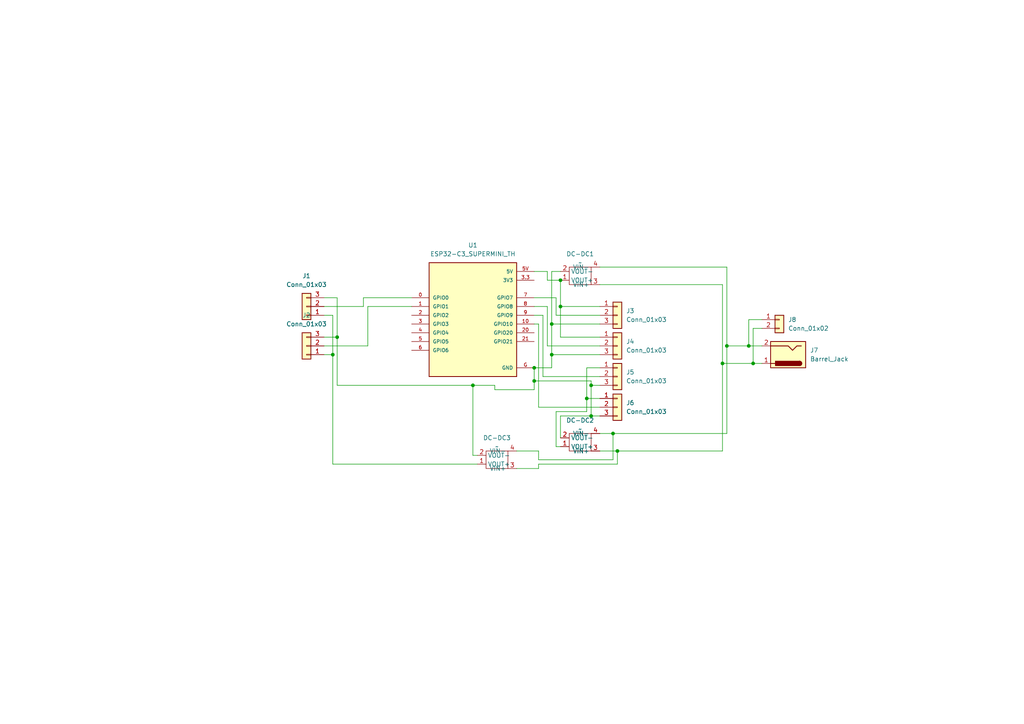
<source format=kicad_sch>
(kicad_sch
	(version 20250114)
	(generator "eeschema")
	(generator_version "9.0")
	(uuid "0a76d6dd-606c-47e1-8d8c-d2f6149e1998")
	(paper "A4")
	(lib_symbols
		(symbol "Connector:Barrel_Jack"
			(pin_names
				(offset 1.016)
			)
			(exclude_from_sim no)
			(in_bom yes)
			(on_board yes)
			(property "Reference" "J"
				(at 0 5.334 0)
				(effects
					(font
						(size 1.27 1.27)
					)
				)
			)
			(property "Value" "Barrel_Jack"
				(at 0 -5.08 0)
				(effects
					(font
						(size 1.27 1.27)
					)
				)
			)
			(property "Footprint" ""
				(at 1.27 -1.016 0)
				(effects
					(font
						(size 1.27 1.27)
					)
					(hide yes)
				)
			)
			(property "Datasheet" "~"
				(at 1.27 -1.016 0)
				(effects
					(font
						(size 1.27 1.27)
					)
					(hide yes)
				)
			)
			(property "Description" "DC Barrel Jack"
				(at 0 0 0)
				(effects
					(font
						(size 1.27 1.27)
					)
					(hide yes)
				)
			)
			(property "ki_keywords" "DC power barrel jack connector"
				(at 0 0 0)
				(effects
					(font
						(size 1.27 1.27)
					)
					(hide yes)
				)
			)
			(property "ki_fp_filters" "BarrelJack*"
				(at 0 0 0)
				(effects
					(font
						(size 1.27 1.27)
					)
					(hide yes)
				)
			)
			(symbol "Barrel_Jack_0_1"
				(rectangle
					(start -5.08 3.81)
					(end 5.08 -3.81)
					(stroke
						(width 0.254)
						(type default)
					)
					(fill
						(type background)
					)
				)
				(polyline
					(pts
						(xy -3.81 -2.54) (xy -2.54 -2.54) (xy -1.27 -1.27) (xy 0 -2.54) (xy 2.54 -2.54) (xy 5.08 -2.54)
					)
					(stroke
						(width 0.254)
						(type default)
					)
					(fill
						(type none)
					)
				)
				(arc
					(start -3.302 1.905)
					(mid -3.9343 2.54)
					(end -3.302 3.175)
					(stroke
						(width 0.254)
						(type default)
					)
					(fill
						(type none)
					)
				)
				(arc
					(start -3.302 1.905)
					(mid -3.9343 2.54)
					(end -3.302 3.175)
					(stroke
						(width 0.254)
						(type default)
					)
					(fill
						(type outline)
					)
				)
				(rectangle
					(start 3.683 3.175)
					(end -3.302 1.905)
					(stroke
						(width 0.254)
						(type default)
					)
					(fill
						(type outline)
					)
				)
				(polyline
					(pts
						(xy 5.08 2.54) (xy 3.81 2.54)
					)
					(stroke
						(width 0.254)
						(type default)
					)
					(fill
						(type none)
					)
				)
			)
			(symbol "Barrel_Jack_1_1"
				(pin passive line
					(at 7.62 2.54 180)
					(length 2.54)
					(name "~"
						(effects
							(font
								(size 1.27 1.27)
							)
						)
					)
					(number "1"
						(effects
							(font
								(size 1.27 1.27)
							)
						)
					)
				)
				(pin passive line
					(at 7.62 -2.54 180)
					(length 2.54)
					(name "~"
						(effects
							(font
								(size 1.27 1.27)
							)
						)
					)
					(number "2"
						(effects
							(font
								(size 1.27 1.27)
							)
						)
					)
				)
			)
			(embedded_fonts no)
		)
		(symbol "Connector_Generic:Conn_01x02"
			(pin_names
				(offset 1.016)
				(hide yes)
			)
			(exclude_from_sim no)
			(in_bom yes)
			(on_board yes)
			(property "Reference" "J"
				(at 0 2.54 0)
				(effects
					(font
						(size 1.27 1.27)
					)
				)
			)
			(property "Value" "Conn_01x02"
				(at 0 -5.08 0)
				(effects
					(font
						(size 1.27 1.27)
					)
				)
			)
			(property "Footprint" ""
				(at 0 0 0)
				(effects
					(font
						(size 1.27 1.27)
					)
					(hide yes)
				)
			)
			(property "Datasheet" "~"
				(at 0 0 0)
				(effects
					(font
						(size 1.27 1.27)
					)
					(hide yes)
				)
			)
			(property "Description" "Generic connector, single row, 01x02, script generated (kicad-library-utils/schlib/autogen/connector/)"
				(at 0 0 0)
				(effects
					(font
						(size 1.27 1.27)
					)
					(hide yes)
				)
			)
			(property "ki_keywords" "connector"
				(at 0 0 0)
				(effects
					(font
						(size 1.27 1.27)
					)
					(hide yes)
				)
			)
			(property "ki_fp_filters" "Connector*:*_1x??_*"
				(at 0 0 0)
				(effects
					(font
						(size 1.27 1.27)
					)
					(hide yes)
				)
			)
			(symbol "Conn_01x02_1_1"
				(rectangle
					(start -1.27 1.27)
					(end 1.27 -3.81)
					(stroke
						(width 0.254)
						(type default)
					)
					(fill
						(type background)
					)
				)
				(rectangle
					(start -1.27 0.127)
					(end 0 -0.127)
					(stroke
						(width 0.1524)
						(type default)
					)
					(fill
						(type none)
					)
				)
				(rectangle
					(start -1.27 -2.413)
					(end 0 -2.667)
					(stroke
						(width 0.1524)
						(type default)
					)
					(fill
						(type none)
					)
				)
				(pin passive line
					(at -5.08 0 0)
					(length 3.81)
					(name "Pin_1"
						(effects
							(font
								(size 1.27 1.27)
							)
						)
					)
					(number "1"
						(effects
							(font
								(size 1.27 1.27)
							)
						)
					)
				)
				(pin passive line
					(at -5.08 -2.54 0)
					(length 3.81)
					(name "Pin_2"
						(effects
							(font
								(size 1.27 1.27)
							)
						)
					)
					(number "2"
						(effects
							(font
								(size 1.27 1.27)
							)
						)
					)
				)
			)
			(embedded_fonts no)
		)
		(symbol "Connector_Generic:Conn_01x03"
			(pin_names
				(offset 1.016)
				(hide yes)
			)
			(exclude_from_sim no)
			(in_bom yes)
			(on_board yes)
			(property "Reference" "J"
				(at 0 5.08 0)
				(effects
					(font
						(size 1.27 1.27)
					)
				)
			)
			(property "Value" "Conn_01x03"
				(at 0 -5.08 0)
				(effects
					(font
						(size 1.27 1.27)
					)
				)
			)
			(property "Footprint" ""
				(at 0 0 0)
				(effects
					(font
						(size 1.27 1.27)
					)
					(hide yes)
				)
			)
			(property "Datasheet" "~"
				(at 0 0 0)
				(effects
					(font
						(size 1.27 1.27)
					)
					(hide yes)
				)
			)
			(property "Description" "Generic connector, single row, 01x03, script generated (kicad-library-utils/schlib/autogen/connector/)"
				(at 0 0 0)
				(effects
					(font
						(size 1.27 1.27)
					)
					(hide yes)
				)
			)
			(property "ki_keywords" "connector"
				(at 0 0 0)
				(effects
					(font
						(size 1.27 1.27)
					)
					(hide yes)
				)
			)
			(property "ki_fp_filters" "Connector*:*_1x??_*"
				(at 0 0 0)
				(effects
					(font
						(size 1.27 1.27)
					)
					(hide yes)
				)
			)
			(symbol "Conn_01x03_1_1"
				(rectangle
					(start -1.27 3.81)
					(end 1.27 -3.81)
					(stroke
						(width 0.254)
						(type default)
					)
					(fill
						(type background)
					)
				)
				(rectangle
					(start -1.27 2.667)
					(end 0 2.413)
					(stroke
						(width 0.1524)
						(type default)
					)
					(fill
						(type none)
					)
				)
				(rectangle
					(start -1.27 0.127)
					(end 0 -0.127)
					(stroke
						(width 0.1524)
						(type default)
					)
					(fill
						(type none)
					)
				)
				(rectangle
					(start -1.27 -2.413)
					(end 0 -2.667)
					(stroke
						(width 0.1524)
						(type default)
					)
					(fill
						(type none)
					)
				)
				(pin passive line
					(at -5.08 2.54 0)
					(length 3.81)
					(name "Pin_1"
						(effects
							(font
								(size 1.27 1.27)
							)
						)
					)
					(number "1"
						(effects
							(font
								(size 1.27 1.27)
							)
						)
					)
				)
				(pin passive line
					(at -5.08 0 0)
					(length 3.81)
					(name "Pin_2"
						(effects
							(font
								(size 1.27 1.27)
							)
						)
					)
					(number "2"
						(effects
							(font
								(size 1.27 1.27)
							)
						)
					)
				)
				(pin passive line
					(at -5.08 -2.54 0)
					(length 3.81)
					(name "Pin_3"
						(effects
							(font
								(size 1.27 1.27)
							)
						)
					)
					(number "3"
						(effects
							(font
								(size 1.27 1.27)
							)
						)
					)
				)
			)
			(embedded_fonts no)
		)
		(symbol "DC-DC_Converter:Mini560"
			(exclude_from_sim no)
			(in_bom yes)
			(on_board yes)
			(property "Reference" "DC-DC"
				(at 0.762 -4.064 0)
				(effects
					(font
						(size 1.27 1.27)
					)
				)
			)
			(property "Value" ""
				(at 0 0 0)
				(effects
					(font
						(size 1.27 1.27)
					)
				)
			)
			(property "Footprint" ""
				(at 0 0 0)
				(effects
					(font
						(size 1.27 1.27)
					)
					(hide yes)
				)
			)
			(property "Datasheet" ""
				(at 0 0 0)
				(effects
					(font
						(size 1.27 1.27)
					)
					(hide yes)
				)
			)
			(property "Description" ""
				(at 0 0 0)
				(effects
					(font
						(size 1.27 1.27)
					)
					(hide yes)
				)
			)
			(symbol "Mini560_0_1"
				(rectangle
					(start -2.54 2.54)
					(end 3.81 -2.54)
					(stroke
						(width 0)
						(type default)
					)
					(fill
						(type none)
					)
				)
			)
			(symbol "Mini560_1_1"
				(pin input line
					(at -5.08 2.54 0)
					(length 2.54)
					(name "VIN+"
						(effects
							(font
								(size 1.27 1.27)
							)
						)
					)
					(number "3"
						(effects
							(font
								(size 1.27 1.27)
							)
						)
					)
				)
				(pin input line
					(at -5.08 -2.54 0)
					(length 2.54)
					(name "VIN-"
						(effects
							(font
								(size 1.27 1.27)
							)
						)
					)
					(number "4"
						(effects
							(font
								(size 1.27 1.27)
							)
						)
					)
				)
				(pin output line
					(at 6.35 1.27 180)
					(length 2.54)
					(name "VOUT+"
						(effects
							(font
								(size 1.27 1.27)
							)
						)
					)
					(number "1"
						(effects
							(font
								(size 1.27 1.27)
							)
						)
					)
				)
				(pin output line
					(at 6.35 -1.27 180)
					(length 2.54)
					(name "VOUT-"
						(effects
							(font
								(size 1.27 1.27)
							)
						)
					)
					(number "2"
						(effects
							(font
								(size 1.27 1.27)
							)
						)
					)
				)
			)
			(embedded_fonts no)
		)
		(symbol "ESP32-C3_SUPERMINI_TH:ESP32-C3_SUPERMINI_TH"
			(pin_names
				(offset 1.016)
			)
			(exclude_from_sim no)
			(in_bom yes)
			(on_board yes)
			(property "Reference" "U"
				(at -12.7 16.002 0)
				(effects
					(font
						(size 1.27 1.27)
					)
					(justify left bottom)
				)
			)
			(property "Value" "ESP32-C3_SUPERMINI_TH"
				(at -12.7 -20.32 0)
				(effects
					(font
						(size 1.27 1.27)
					)
					(justify left bottom)
				)
			)
			(property "Footprint" "ESP32-C3_SUPERMINI_TH:MODULE_ESP32-C3_SUPERMINI_TH"
				(at 0 0 0)
				(effects
					(font
						(size 1.27 1.27)
					)
					(justify bottom)
					(hide yes)
				)
			)
			(property "Datasheet" ""
				(at 0 0 0)
				(effects
					(font
						(size 1.27 1.27)
					)
					(hide yes)
				)
			)
			(property "Description" ""
				(at 0 0 0)
				(effects
					(font
						(size 1.27 1.27)
					)
					(hide yes)
				)
			)
			(property "MF" "Espressif Systems"
				(at 0 0 0)
				(effects
					(font
						(size 1.27 1.27)
					)
					(justify bottom)
					(hide yes)
				)
			)
			(property "Description_1" "Super tiny ESP32-C3 board"
				(at 0 0 0)
				(effects
					(font
						(size 1.27 1.27)
					)
					(justify bottom)
					(hide yes)
				)
			)
			(property "CREATOR" "DIZAR"
				(at 0 0 0)
				(effects
					(font
						(size 1.27 1.27)
					)
					(justify bottom)
					(hide yes)
				)
			)
			(property "Price" "None"
				(at 0 0 0)
				(effects
					(font
						(size 1.27 1.27)
					)
					(justify bottom)
					(hide yes)
				)
			)
			(property "Package" "Package"
				(at 0 0 0)
				(effects
					(font
						(size 1.27 1.27)
					)
					(justify bottom)
					(hide yes)
				)
			)
			(property "Check_prices" "https://www.snapeda.com/parts/ESP32-C3%20SuperMini_TH/Espressif+Systems/view-part/?ref=eda"
				(at 0 0 0)
				(effects
					(font
						(size 1.27 1.27)
					)
					(justify bottom)
					(hide yes)
				)
			)
			(property "STANDARD" "IPC-7351B"
				(at 0 0 0)
				(effects
					(font
						(size 1.27 1.27)
					)
					(justify bottom)
					(hide yes)
				)
			)
			(property "VERIFIER" ""
				(at 0 0 0)
				(effects
					(font
						(size 1.27 1.27)
					)
					(justify bottom)
					(hide yes)
				)
			)
			(property "SnapEDA_Link" "https://www.snapeda.com/parts/ESP32-C3%20SuperMini_TH/Espressif+Systems/view-part/?ref=snap"
				(at 0 0 0)
				(effects
					(font
						(size 1.27 1.27)
					)
					(justify bottom)
					(hide yes)
				)
			)
			(property "MP" "ESP32-C3 SuperMini_TH"
				(at 0 0 0)
				(effects
					(font
						(size 1.27 1.27)
					)
					(justify bottom)
					(hide yes)
				)
			)
			(property "Availability" "Not in stock"
				(at 0 0 0)
				(effects
					(font
						(size 1.27 1.27)
					)
					(justify bottom)
					(hide yes)
				)
			)
			(property "MANUFACTURER" "Espressif Systems"
				(at 0 0 0)
				(effects
					(font
						(size 1.27 1.27)
					)
					(justify bottom)
					(hide yes)
				)
			)
			(symbol "ESP32-C3_SUPERMINI_TH_0_0"
				(rectangle
					(start -12.7 -17.78)
					(end 12.7 15.24)
					(stroke
						(width 0.254)
						(type default)
					)
					(fill
						(type background)
					)
				)
				(pin bidirectional line
					(at -17.78 5.08 0)
					(length 5.08)
					(name "GPIO0"
						(effects
							(font
								(size 1.016 1.016)
							)
						)
					)
					(number "0"
						(effects
							(font
								(size 1.016 1.016)
							)
						)
					)
				)
				(pin bidirectional line
					(at -17.78 2.54 0)
					(length 5.08)
					(name "GPIO1"
						(effects
							(font
								(size 1.016 1.016)
							)
						)
					)
					(number "1"
						(effects
							(font
								(size 1.016 1.016)
							)
						)
					)
				)
				(pin bidirectional line
					(at -17.78 0 0)
					(length 5.08)
					(name "GPIO2"
						(effects
							(font
								(size 1.016 1.016)
							)
						)
					)
					(number "2"
						(effects
							(font
								(size 1.016 1.016)
							)
						)
					)
				)
				(pin bidirectional line
					(at -17.78 -2.54 0)
					(length 5.08)
					(name "GPIO3"
						(effects
							(font
								(size 1.016 1.016)
							)
						)
					)
					(number "3"
						(effects
							(font
								(size 1.016 1.016)
							)
						)
					)
				)
				(pin bidirectional line
					(at -17.78 -5.08 0)
					(length 5.08)
					(name "GPIO4"
						(effects
							(font
								(size 1.016 1.016)
							)
						)
					)
					(number "4"
						(effects
							(font
								(size 1.016 1.016)
							)
						)
					)
				)
				(pin bidirectional line
					(at -17.78 -7.62 0)
					(length 5.08)
					(name "GPIO5"
						(effects
							(font
								(size 1.016 1.016)
							)
						)
					)
					(number "5"
						(effects
							(font
								(size 1.016 1.016)
							)
						)
					)
				)
				(pin bidirectional line
					(at -17.78 -10.16 0)
					(length 5.08)
					(name "GPIO6"
						(effects
							(font
								(size 1.016 1.016)
							)
						)
					)
					(number "6"
						(effects
							(font
								(size 1.016 1.016)
							)
						)
					)
				)
				(pin power_in line
					(at 17.78 12.7 180)
					(length 5.08)
					(name "5V"
						(effects
							(font
								(size 1.016 1.016)
							)
						)
					)
					(number "5V"
						(effects
							(font
								(size 1.016 1.016)
							)
						)
					)
				)
				(pin power_in line
					(at 17.78 10.16 180)
					(length 5.08)
					(name "3V3"
						(effects
							(font
								(size 1.016 1.016)
							)
						)
					)
					(number "3.3"
						(effects
							(font
								(size 1.016 1.016)
							)
						)
					)
				)
				(pin bidirectional line
					(at 17.78 5.08 180)
					(length 5.08)
					(name "GPIO7"
						(effects
							(font
								(size 1.016 1.016)
							)
						)
					)
					(number "7"
						(effects
							(font
								(size 1.016 1.016)
							)
						)
					)
				)
				(pin bidirectional line
					(at 17.78 2.54 180)
					(length 5.08)
					(name "GPIO8"
						(effects
							(font
								(size 1.016 1.016)
							)
						)
					)
					(number "8"
						(effects
							(font
								(size 1.016 1.016)
							)
						)
					)
				)
				(pin bidirectional line
					(at 17.78 0 180)
					(length 5.08)
					(name "GPIO9"
						(effects
							(font
								(size 1.016 1.016)
							)
						)
					)
					(number "9"
						(effects
							(font
								(size 1.016 1.016)
							)
						)
					)
				)
				(pin bidirectional line
					(at 17.78 -2.54 180)
					(length 5.08)
					(name "GPIO10"
						(effects
							(font
								(size 1.016 1.016)
							)
						)
					)
					(number "10"
						(effects
							(font
								(size 1.016 1.016)
							)
						)
					)
				)
				(pin bidirectional line
					(at 17.78 -5.08 180)
					(length 5.08)
					(name "GPIO20"
						(effects
							(font
								(size 1.016 1.016)
							)
						)
					)
					(number "20"
						(effects
							(font
								(size 1.016 1.016)
							)
						)
					)
				)
				(pin bidirectional line
					(at 17.78 -7.62 180)
					(length 5.08)
					(name "GPIO21"
						(effects
							(font
								(size 1.016 1.016)
							)
						)
					)
					(number "21"
						(effects
							(font
								(size 1.016 1.016)
							)
						)
					)
				)
				(pin power_in line
					(at 17.78 -15.24 180)
					(length 5.08)
					(name "GND"
						(effects
							(font
								(size 1.016 1.016)
							)
						)
					)
					(number "G"
						(effects
							(font
								(size 1.016 1.016)
							)
						)
					)
				)
			)
			(embedded_fonts no)
		)
	)
	(junction
		(at 97.79 97.79)
		(diameter 0)
		(color 0 0 0 0)
		(uuid "049aef96-6431-430c-88e5-f28aeef2878b")
	)
	(junction
		(at 217.17 100.33)
		(diameter 0)
		(color 0 0 0 0)
		(uuid "3ec5a094-a0a9-4c56-aee0-4c65ca67b650")
	)
	(junction
		(at 162.56 81.28)
		(diameter 0)
		(color 0 0 0 0)
		(uuid "4d1c8600-7f53-4f2d-a15e-77d39ebaa1dc")
	)
	(junction
		(at 170.18 115.57)
		(diameter 0)
		(color 0 0 0 0)
		(uuid "578f61c8-e472-4181-8667-f794f8b0a9a8")
	)
	(junction
		(at 137.16 111.76)
		(diameter 0)
		(color 0 0 0 0)
		(uuid "71dbcbbd-437c-4653-8f06-016ae69e944e")
	)
	(junction
		(at 160.02 102.87)
		(diameter 0)
		(color 0 0 0 0)
		(uuid "7d98996f-bb04-4bd9-a787-2b1a9480bf55")
	)
	(junction
		(at 96.52 102.87)
		(diameter 0)
		(color 0 0 0 0)
		(uuid "7dc6a5cc-4b2b-428b-b1ec-c47bd753b5d4")
	)
	(junction
		(at 210.82 100.33)
		(diameter 0)
		(color 0 0 0 0)
		(uuid "7fa9257c-8411-4435-84d9-53c31db61315")
	)
	(junction
		(at 162.56 88.9)
		(diameter 0)
		(color 0 0 0 0)
		(uuid "9fbce781-8fd0-4562-84fd-483548bfde59")
	)
	(junction
		(at 177.8 125.73)
		(diameter 0)
		(color 0 0 0 0)
		(uuid "a67e54e1-57bc-446d-9189-e85f3ddb5806")
	)
	(junction
		(at 179.07 130.81)
		(diameter 0)
		(color 0 0 0 0)
		(uuid "a74be87c-52a7-491e-882d-2cea4f6a7ee3")
	)
	(junction
		(at 154.94 110.49)
		(diameter 0)
		(color 0 0 0 0)
		(uuid "b146fe7e-c4e3-4a59-bd6f-3712f859fd0a")
	)
	(junction
		(at 218.44 105.41)
		(diameter 0)
		(color 0 0 0 0)
		(uuid "b5359652-2bb7-42cc-97db-73e7993fffdc")
	)
	(junction
		(at 154.94 106.68)
		(diameter 0)
		(color 0 0 0 0)
		(uuid "b861edde-506c-4606-a2c9-f6cd02bc6203")
	)
	(junction
		(at 160.02 93.98)
		(diameter 0)
		(color 0 0 0 0)
		(uuid "bd44a516-57cb-47c0-89b6-edde676f615e")
	)
	(junction
		(at 171.45 120.65)
		(diameter 0)
		(color 0 0 0 0)
		(uuid "d6e7d93e-c92f-4db6-8148-dd7a556bb7be")
	)
	(junction
		(at 171.45 111.76)
		(diameter 0)
		(color 0 0 0 0)
		(uuid "e65c5d13-791d-4ae6-8379-9251a461faa6")
	)
	(junction
		(at 209.55 105.41)
		(diameter 0)
		(color 0 0 0 0)
		(uuid "fa46deb6-4aac-45bb-9d87-9ea4bddaeef3")
	)
	(wire
		(pts
			(xy 210.82 100.33) (xy 210.82 77.47)
		)
		(stroke
			(width 0)
			(type default)
		)
		(uuid "01827772-a7e1-4209-b1bc-60eaa26e57f1")
	)
	(wire
		(pts
			(xy 220.98 92.71) (xy 217.17 92.71)
		)
		(stroke
			(width 0)
			(type default)
		)
		(uuid "062c8bcb-2697-446a-9bfb-623549c8c83c")
	)
	(wire
		(pts
			(xy 160.02 102.87) (xy 160.02 106.68)
		)
		(stroke
			(width 0)
			(type default)
		)
		(uuid "07d783be-76aa-43fb-9d19-f5aa8bc8ec47")
	)
	(wire
		(pts
			(xy 217.17 100.33) (xy 210.82 100.33)
		)
		(stroke
			(width 0)
			(type default)
		)
		(uuid "086f151b-82db-4197-ac7b-fe6813d488d0")
	)
	(wire
		(pts
			(xy 218.44 95.25) (xy 218.44 105.41)
		)
		(stroke
			(width 0)
			(type default)
		)
		(uuid "0a17b447-e720-4f13-ac3b-2b8ab3120f79")
	)
	(wire
		(pts
			(xy 154.94 91.44) (xy 157.48 91.44)
		)
		(stroke
			(width 0)
			(type default)
		)
		(uuid "0b411379-d55a-44c5-9c67-bb2601220df7")
	)
	(wire
		(pts
			(xy 154.94 110.49) (xy 154.94 106.68)
		)
		(stroke
			(width 0)
			(type default)
		)
		(uuid "0e9aa92e-6bac-4896-8c4d-ff1fa39e883d")
	)
	(wire
		(pts
			(xy 162.56 120.65) (xy 171.45 120.65)
		)
		(stroke
			(width 0)
			(type default)
		)
		(uuid "14106578-4e3f-45cb-93e1-5b9bf0f7b610")
	)
	(wire
		(pts
			(xy 220.98 100.33) (xy 217.17 100.33)
		)
		(stroke
			(width 0)
			(type default)
		)
		(uuid "1601e5d6-defa-475a-99a3-2e9615e7c1e5")
	)
	(wire
		(pts
			(xy 93.98 91.44) (xy 96.52 91.44)
		)
		(stroke
			(width 0)
			(type default)
		)
		(uuid "18893c49-142b-4585-b020-fb7812f3042d")
	)
	(wire
		(pts
			(xy 154.94 86.36) (xy 161.29 86.36)
		)
		(stroke
			(width 0)
			(type default)
		)
		(uuid "1d5005d0-3acf-4c7f-86e3-7c0b8ecf6a66")
	)
	(wire
		(pts
			(xy 160.02 106.68) (xy 154.94 106.68)
		)
		(stroke
			(width 0)
			(type default)
		)
		(uuid "1df5d14e-8c3b-4535-8e21-64f6e760771d")
	)
	(wire
		(pts
			(xy 156.21 130.81) (xy 149.86 130.81)
		)
		(stroke
			(width 0)
			(type default)
		)
		(uuid "1e12836c-a939-4c03-8832-32e4e1a22fb0")
	)
	(wire
		(pts
			(xy 97.79 97.79) (xy 97.79 111.76)
		)
		(stroke
			(width 0)
			(type default)
		)
		(uuid "244b0b24-c06e-4ef5-8fab-e7d8bd169a1c")
	)
	(wire
		(pts
			(xy 97.79 111.76) (xy 137.16 111.76)
		)
		(stroke
			(width 0)
			(type default)
		)
		(uuid "25e69025-0073-4cf3-a932-10039e298706")
	)
	(wire
		(pts
			(xy 154.94 88.9) (xy 158.75 88.9)
		)
		(stroke
			(width 0)
			(type default)
		)
		(uuid "293f332b-e452-49e8-8386-c19f1d43849b")
	)
	(wire
		(pts
			(xy 161.29 86.36) (xy 161.29 91.44)
		)
		(stroke
			(width 0)
			(type default)
		)
		(uuid "2cf7cae2-2ade-491a-8591-e7e5bbadfec7")
	)
	(wire
		(pts
			(xy 171.45 111.76) (xy 173.99 111.76)
		)
		(stroke
			(width 0)
			(type default)
		)
		(uuid "351b5783-fdc7-4ccf-9064-be0c26e980fb")
	)
	(wire
		(pts
			(xy 97.79 97.79) (xy 93.98 97.79)
		)
		(stroke
			(width 0)
			(type default)
		)
		(uuid "352c8e25-fc2c-4f1b-8dd3-b118fa6b0466")
	)
	(wire
		(pts
			(xy 156.21 135.89) (xy 149.86 135.89)
		)
		(stroke
			(width 0)
			(type default)
		)
		(uuid "45de9a7a-4ac2-4e2a-9dee-e1130c2f1cd7")
	)
	(wire
		(pts
			(xy 160.02 78.74) (xy 160.02 93.98)
		)
		(stroke
			(width 0)
			(type default)
		)
		(uuid "47271927-e149-4e64-a964-8a21b544cc12")
	)
	(wire
		(pts
			(xy 154.94 113.03) (xy 154.94 110.49)
		)
		(stroke
			(width 0)
			(type default)
		)
		(uuid "4fcf76a9-2007-46f2-b5c2-486394860896")
	)
	(wire
		(pts
			(xy 158.75 81.28) (xy 162.56 81.28)
		)
		(stroke
			(width 0)
			(type default)
		)
		(uuid "50e973a0-a9d4-4150-b644-a538e6b9e391")
	)
	(wire
		(pts
			(xy 209.55 105.41) (xy 209.55 82.55)
		)
		(stroke
			(width 0)
			(type default)
		)
		(uuid "5181b8cd-76b0-409d-b72c-3dd4a42f61d7")
	)
	(wire
		(pts
			(xy 93.98 88.9) (xy 105.41 88.9)
		)
		(stroke
			(width 0)
			(type default)
		)
		(uuid "545375e1-f954-4335-9743-c462fa540568")
	)
	(wire
		(pts
			(xy 170.18 106.68) (xy 173.99 106.68)
		)
		(stroke
			(width 0)
			(type default)
		)
		(uuid "5942b122-d806-46c5-9e9a-c72ecd349199")
	)
	(wire
		(pts
			(xy 93.98 100.33) (xy 106.68 100.33)
		)
		(stroke
			(width 0)
			(type default)
		)
		(uuid "5a568a01-1dea-4459-8ba5-5c6648ac873e")
	)
	(wire
		(pts
			(xy 162.56 78.74) (xy 160.02 78.74)
		)
		(stroke
			(width 0)
			(type default)
		)
		(uuid "61dff3c5-d0a5-4d49-b170-30a4a7c21b8f")
	)
	(wire
		(pts
			(xy 171.45 120.65) (xy 171.45 111.76)
		)
		(stroke
			(width 0)
			(type default)
		)
		(uuid "68319eed-37ec-44da-85a6-8e03099b595e")
	)
	(wire
		(pts
			(xy 154.94 110.49) (xy 171.45 110.49)
		)
		(stroke
			(width 0)
			(type default)
		)
		(uuid "6b9c5a54-16de-4181-8026-a4af3f1acfdb")
	)
	(wire
		(pts
			(xy 154.94 93.98) (xy 156.21 93.98)
		)
		(stroke
			(width 0)
			(type default)
		)
		(uuid "6fab2e01-bdf2-48e8-a4fa-96f8a455fe7a")
	)
	(wire
		(pts
			(xy 177.8 125.73) (xy 173.99 125.73)
		)
		(stroke
			(width 0)
			(type default)
		)
		(uuid "703f5ca0-ff1e-4735-bd84-69f1b9e08bd2")
	)
	(wire
		(pts
			(xy 158.75 100.33) (xy 173.99 100.33)
		)
		(stroke
			(width 0)
			(type default)
		)
		(uuid "716c85f0-d22e-4ca4-ba42-79fff2eb405f")
	)
	(wire
		(pts
			(xy 105.41 88.9) (xy 105.41 86.36)
		)
		(stroke
			(width 0)
			(type default)
		)
		(uuid "7434b353-27e7-482d-81eb-ab81ea0810aa")
	)
	(wire
		(pts
			(xy 143.51 113.03) (xy 154.94 113.03)
		)
		(stroke
			(width 0)
			(type default)
		)
		(uuid "75ac516d-9b09-46b8-af0a-8a0222d4c006")
	)
	(wire
		(pts
			(xy 171.45 120.65) (xy 173.99 120.65)
		)
		(stroke
			(width 0)
			(type default)
		)
		(uuid "77181ccf-69a5-413c-a1c5-e471e283c09d")
	)
	(wire
		(pts
			(xy 156.21 118.11) (xy 173.99 118.11)
		)
		(stroke
			(width 0)
			(type default)
		)
		(uuid "77e82a37-1b9e-4382-8fe4-3e15889e6d8b")
	)
	(wire
		(pts
			(xy 217.17 92.71) (xy 217.17 100.33)
		)
		(stroke
			(width 0)
			(type default)
		)
		(uuid "79fa0b39-7177-40a5-bea1-f6d3abd16c54")
	)
	(wire
		(pts
			(xy 157.48 91.44) (xy 157.48 109.22)
		)
		(stroke
			(width 0)
			(type default)
		)
		(uuid "7c1a35c9-8288-482f-9755-c67c38f2bfa5")
	)
	(wire
		(pts
			(xy 170.18 115.57) (xy 170.18 106.68)
		)
		(stroke
			(width 0)
			(type default)
		)
		(uuid "7dbaee60-379c-4d00-a842-e048ea007eda")
	)
	(wire
		(pts
			(xy 158.75 88.9) (xy 158.75 100.33)
		)
		(stroke
			(width 0)
			(type default)
		)
		(uuid "81ec7716-adbf-4f88-ac32-08d85fe10f5d")
	)
	(wire
		(pts
			(xy 218.44 105.41) (xy 209.55 105.41)
		)
		(stroke
			(width 0)
			(type default)
		)
		(uuid "8262591d-9e62-43fc-bb46-9b118e8045b5")
	)
	(wire
		(pts
			(xy 106.68 88.9) (xy 119.38 88.9)
		)
		(stroke
			(width 0)
			(type default)
		)
		(uuid "8cc654ae-d277-4f49-90a4-6191d020f4a8")
	)
	(wire
		(pts
			(xy 162.56 88.9) (xy 173.99 88.9)
		)
		(stroke
			(width 0)
			(type default)
		)
		(uuid "8d8fa7aa-91af-42f2-854d-81d5caa7c36d")
	)
	(wire
		(pts
			(xy 96.52 102.87) (xy 96.52 134.62)
		)
		(stroke
			(width 0)
			(type default)
		)
		(uuid "8f2fffe1-5059-4201-8ce7-cb650c811317")
	)
	(wire
		(pts
			(xy 171.45 110.49) (xy 171.45 111.76)
		)
		(stroke
			(width 0)
			(type default)
		)
		(uuid "916dce81-f725-45e0-b2d8-ce2eb39d3cf1")
	)
	(wire
		(pts
			(xy 209.55 105.41) (xy 209.55 130.81)
		)
		(stroke
			(width 0)
			(type default)
		)
		(uuid "934db302-5d25-4df4-acf3-663c84eabbf1")
	)
	(wire
		(pts
			(xy 161.29 129.54) (xy 161.29 119.38)
		)
		(stroke
			(width 0)
			(type default)
		)
		(uuid "935a799b-ff5e-4462-8dad-cad5f0a504c6")
	)
	(wire
		(pts
			(xy 179.07 130.81) (xy 179.07 134.62)
		)
		(stroke
			(width 0)
			(type default)
		)
		(uuid "93ded3e5-2cc3-48de-b777-ce88c438d93f")
	)
	(wire
		(pts
			(xy 162.56 88.9) (xy 162.56 97.79)
		)
		(stroke
			(width 0)
			(type default)
		)
		(uuid "9569fb3a-d03f-45d1-ab6a-654284e980ca")
	)
	(wire
		(pts
			(xy 220.98 105.41) (xy 218.44 105.41)
		)
		(stroke
			(width 0)
			(type default)
		)
		(uuid "95ce865e-ae95-4be4-a65a-3bcae25862d7")
	)
	(wire
		(pts
			(xy 157.48 109.22) (xy 173.99 109.22)
		)
		(stroke
			(width 0)
			(type default)
		)
		(uuid "98151aa1-9dcf-4e21-96a3-d6724156514d")
	)
	(wire
		(pts
			(xy 156.21 133.35) (xy 156.21 130.81)
		)
		(stroke
			(width 0)
			(type default)
		)
		(uuid "9bea9c79-5e0b-4cc5-ab91-f1dc97707c2e")
	)
	(wire
		(pts
			(xy 162.56 97.79) (xy 173.99 97.79)
		)
		(stroke
			(width 0)
			(type default)
		)
		(uuid "9d39a683-ba03-4d14-9ba4-ede7e51bb87a")
	)
	(wire
		(pts
			(xy 162.56 129.54) (xy 161.29 129.54)
		)
		(stroke
			(width 0)
			(type default)
		)
		(uuid "a02c2fd3-92bc-47f4-baf9-d1d9c5bb21f3")
	)
	(wire
		(pts
			(xy 177.8 133.35) (xy 156.21 133.35)
		)
		(stroke
			(width 0)
			(type default)
		)
		(uuid "a39bf9ca-300c-4210-98b7-47925f10c94b")
	)
	(wire
		(pts
			(xy 179.07 134.62) (xy 156.21 134.62)
		)
		(stroke
			(width 0)
			(type default)
		)
		(uuid "a4aa5606-ca62-4037-9f0b-24b03fe17537")
	)
	(wire
		(pts
			(xy 154.94 78.74) (xy 158.75 78.74)
		)
		(stroke
			(width 0)
			(type default)
		)
		(uuid "a6adb6ac-1aab-4bc4-9325-d56c45eb26e7")
	)
	(wire
		(pts
			(xy 158.75 78.74) (xy 158.75 81.28)
		)
		(stroke
			(width 0)
			(type default)
		)
		(uuid "a7f79ad0-993d-408e-b4e4-430bf9e9880d")
	)
	(wire
		(pts
			(xy 161.29 119.38) (xy 170.18 119.38)
		)
		(stroke
			(width 0)
			(type default)
		)
		(uuid "a90f9790-0fb5-4fa5-a698-b3f4191639b9")
	)
	(wire
		(pts
			(xy 170.18 115.57) (xy 173.99 115.57)
		)
		(stroke
			(width 0)
			(type default)
		)
		(uuid "aa425c77-dac1-4110-b4ed-89f8de809912")
	)
	(wire
		(pts
			(xy 96.52 102.87) (xy 93.98 102.87)
		)
		(stroke
			(width 0)
			(type default)
		)
		(uuid "acba7814-93b5-485d-b408-48d5dc81a89f")
	)
	(wire
		(pts
			(xy 96.52 134.62) (xy 138.43 134.62)
		)
		(stroke
			(width 0)
			(type default)
		)
		(uuid "adb71309-6098-4c22-ba34-aa2f1293da69")
	)
	(wire
		(pts
			(xy 162.56 127) (xy 162.56 120.65)
		)
		(stroke
			(width 0)
			(type default)
		)
		(uuid "ae40a880-ba1c-43c3-9b83-c9652c78528d")
	)
	(wire
		(pts
			(xy 209.55 130.81) (xy 179.07 130.81)
		)
		(stroke
			(width 0)
			(type default)
		)
		(uuid "aeb409b6-970d-489e-9d52-27a34545c9f3")
	)
	(wire
		(pts
			(xy 156.21 134.62) (xy 156.21 135.89)
		)
		(stroke
			(width 0)
			(type default)
		)
		(uuid "b14ba7f1-2d0e-4e15-9b21-172387275f1b")
	)
	(wire
		(pts
			(xy 137.16 111.76) (xy 137.16 132.08)
		)
		(stroke
			(width 0)
			(type default)
		)
		(uuid "b5faf761-5016-4e69-87f8-f29a569aa2a7")
	)
	(wire
		(pts
			(xy 209.55 82.55) (xy 173.99 82.55)
		)
		(stroke
			(width 0)
			(type default)
		)
		(uuid "b5fc33b9-bfbf-4f61-baeb-cfb29a007c6b")
	)
	(wire
		(pts
			(xy 161.29 91.44) (xy 173.99 91.44)
		)
		(stroke
			(width 0)
			(type default)
		)
		(uuid "b6814c75-00d0-4f7c-b4db-9d1e0121c887")
	)
	(wire
		(pts
			(xy 210.82 77.47) (xy 173.99 77.47)
		)
		(stroke
			(width 0)
			(type default)
		)
		(uuid "b92d6e7d-ded5-49de-b539-523bb139f032")
	)
	(wire
		(pts
			(xy 210.82 100.33) (xy 210.82 125.73)
		)
		(stroke
			(width 0)
			(type default)
		)
		(uuid "b93dca00-f271-41f7-9876-3637440c7edd")
	)
	(wire
		(pts
			(xy 97.79 86.36) (xy 97.79 97.79)
		)
		(stroke
			(width 0)
			(type default)
		)
		(uuid "b9d5963d-37c1-4cf8-89d4-8e557b107f1a")
	)
	(wire
		(pts
			(xy 137.16 111.76) (xy 143.51 111.76)
		)
		(stroke
			(width 0)
			(type default)
		)
		(uuid "be8adfe1-85a8-4c75-8d38-98c1492098df")
	)
	(wire
		(pts
			(xy 143.51 111.76) (xy 143.51 113.03)
		)
		(stroke
			(width 0)
			(type default)
		)
		(uuid "c21a768e-c218-4552-8a81-d6f3f268c5c1")
	)
	(wire
		(pts
			(xy 179.07 130.81) (xy 173.99 130.81)
		)
		(stroke
			(width 0)
			(type default)
		)
		(uuid "cdb8ecc0-40ab-455f-a900-49f36d3c6645")
	)
	(wire
		(pts
			(xy 156.21 93.98) (xy 156.21 118.11)
		)
		(stroke
			(width 0)
			(type default)
		)
		(uuid "cfc29754-1b8f-42d6-bc58-d449350cd8e7")
	)
	(wire
		(pts
			(xy 160.02 93.98) (xy 173.99 93.98)
		)
		(stroke
			(width 0)
			(type default)
		)
		(uuid "d5c82caa-2006-4917-b1bf-46f5359e4e68")
	)
	(wire
		(pts
			(xy 105.41 86.36) (xy 119.38 86.36)
		)
		(stroke
			(width 0)
			(type default)
		)
		(uuid "d5dafec8-ceb7-45c1-a18a-d344225713af")
	)
	(wire
		(pts
			(xy 160.02 102.87) (xy 173.99 102.87)
		)
		(stroke
			(width 0)
			(type default)
		)
		(uuid "e01015fd-2a1f-4355-b2d5-3ac5bc3dd4ba")
	)
	(wire
		(pts
			(xy 170.18 119.38) (xy 170.18 115.57)
		)
		(stroke
			(width 0)
			(type default)
		)
		(uuid "e316bd39-35c4-495b-86c3-a70e91a634b1")
	)
	(wire
		(pts
			(xy 138.43 132.08) (xy 137.16 132.08)
		)
		(stroke
			(width 0)
			(type default)
		)
		(uuid "e8373333-dfdd-4d36-835e-fb1a0c145eba")
	)
	(wire
		(pts
			(xy 106.68 100.33) (xy 106.68 88.9)
		)
		(stroke
			(width 0)
			(type default)
		)
		(uuid "e84babe0-c69f-4060-95ff-e7f506d8155d")
	)
	(wire
		(pts
			(xy 220.98 95.25) (xy 218.44 95.25)
		)
		(stroke
			(width 0)
			(type default)
		)
		(uuid "eecfe5e4-d43f-45d2-90fc-c15c9c0bad90")
	)
	(wire
		(pts
			(xy 160.02 93.98) (xy 160.02 102.87)
		)
		(stroke
			(width 0)
			(type default)
		)
		(uuid "ef6c06a3-c192-4c8b-939e-9a86579dd292")
	)
	(wire
		(pts
			(xy 93.98 86.36) (xy 97.79 86.36)
		)
		(stroke
			(width 0)
			(type default)
		)
		(uuid "f12e7b4f-2a45-49f4-98ea-f7594daf120a")
	)
	(wire
		(pts
			(xy 162.56 88.9) (xy 162.56 81.28)
		)
		(stroke
			(width 0)
			(type default)
		)
		(uuid "f32b6ae1-5175-4f4a-a599-4f9d6b9cdc9c")
	)
	(wire
		(pts
			(xy 96.52 91.44) (xy 96.52 102.87)
		)
		(stroke
			(width 0)
			(type default)
		)
		(uuid "fcb2c51f-38e0-41d0-8004-5cb23c062763")
	)
	(wire
		(pts
			(xy 210.82 125.73) (xy 177.8 125.73)
		)
		(stroke
			(width 0)
			(type default)
		)
		(uuid "ff1e5826-4285-4399-8cbc-b980118a22d6")
	)
	(wire
		(pts
			(xy 177.8 125.73) (xy 177.8 133.35)
		)
		(stroke
			(width 0)
			(type default)
		)
		(uuid "ff223c4c-b100-4ef0-9321-1afc39abf609")
	)
	(symbol
		(lib_id "DC-DC_Converter:Mini560")
		(at 168.91 80.01 180)
		(unit 1)
		(exclude_from_sim no)
		(in_bom yes)
		(on_board yes)
		(dnp no)
		(fields_autoplaced yes)
		(uuid "0476656d-b3c3-46bf-b7ee-9b29d92c4bae")
		(property "Reference" "DC-DC1"
			(at 168.275 73.66 0)
			(effects
				(font
					(size 1.27 1.27)
				)
			)
		)
		(property "Value" "~"
			(at 168.275 76.2 0)
			(effects
				(font
					(size 1.27 1.27)
				)
			)
		)
		(property "Footprint" "ESP32-C3_SUPERMINI_TH (1):Mini560"
			(at 168.91 80.01 0)
			(effects
				(font
					(size 1.27 1.27)
				)
				(hide yes)
			)
		)
		(property "Datasheet" ""
			(at 168.91 80.01 0)
			(effects
				(font
					(size 1.27 1.27)
				)
				(hide yes)
			)
		)
		(property "Description" ""
			(at 168.91 80.01 0)
			(effects
				(font
					(size 1.27 1.27)
				)
				(hide yes)
			)
		)
		(pin "2"
			(uuid "34f9d436-4815-4a98-bf33-6b0947da3ddf")
		)
		(pin "1"
			(uuid "0f67d935-1263-4e92-aa9b-0d23ce44b3ac")
		)
		(pin "3"
			(uuid "c27bd60c-16f0-466b-b846-28af83323642")
		)
		(pin "4"
			(uuid "6fb90ba7-4bf8-4c94-9061-437a82ac6208")
		)
		(instances
			(project ""
				(path "/0a76d6dd-606c-47e1-8d8c-d2f6149e1998"
					(reference "DC-DC1")
					(unit 1)
				)
			)
		)
	)
	(symbol
		(lib_id "Connector_Generic:Conn_01x03")
		(at 179.07 91.44 0)
		(unit 1)
		(exclude_from_sim no)
		(in_bom yes)
		(on_board yes)
		(dnp no)
		(fields_autoplaced yes)
		(uuid "4683a4ae-7a9d-4748-9ba9-7dd9bbada665")
		(property "Reference" "J3"
			(at 181.61 90.1699 0)
			(effects
				(font
					(size 1.27 1.27)
				)
				(justify left)
			)
		)
		(property "Value" "Conn_01x03"
			(at 181.61 92.7099 0)
			(effects
				(font
					(size 1.27 1.27)
				)
				(justify left)
			)
		)
		(property "Footprint" "Connector_JST:JST_PH_B3B-PH-K_1x03_P2.00mm_Vertical"
			(at 179.07 91.44 0)
			(effects
				(font
					(size 1.27 1.27)
				)
				(hide yes)
			)
		)
		(property "Datasheet" "~"
			(at 179.07 91.44 0)
			(effects
				(font
					(size 1.27 1.27)
				)
				(hide yes)
			)
		)
		(property "Description" "Generic connector, single row, 01x03, script generated (kicad-library-utils/schlib/autogen/connector/)"
			(at 179.07 91.44 0)
			(effects
				(font
					(size 1.27 1.27)
				)
				(hide yes)
			)
		)
		(pin "1"
			(uuid "5c577de4-9f55-4814-a8ec-032c131233da")
		)
		(pin "2"
			(uuid "d8eaaeb4-91b3-41dc-9448-37f646da1c11")
		)
		(pin "3"
			(uuid "d1a8127b-dab1-4386-9534-540c19956c90")
		)
		(instances
			(project ""
				(path "/0a76d6dd-606c-47e1-8d8c-d2f6149e1998"
					(reference "J3")
					(unit 1)
				)
			)
		)
	)
	(symbol
		(lib_id "ESP32-C3_SUPERMINI_TH:ESP32-C3_SUPERMINI_TH")
		(at 137.16 91.44 0)
		(unit 1)
		(exclude_from_sim no)
		(in_bom yes)
		(on_board yes)
		(dnp no)
		(fields_autoplaced yes)
		(uuid "5a5a9283-0423-4e1e-813c-dcca579404c7")
		(property "Reference" "U1"
			(at 137.16 71.12 0)
			(effects
				(font
					(size 1.27 1.27)
				)
			)
		)
		(property "Value" "ESP32-C3_SUPERMINI_TH"
			(at 137.16 73.66 0)
			(effects
				(font
					(size 1.27 1.27)
				)
			)
		)
		(property "Footprint" "ESP32-C3_SUPERMINI_TH (1):MODULE_ESP32-C3_SUPERMINI_TH"
			(at 137.16 91.44 0)
			(effects
				(font
					(size 1.27 1.27)
				)
				(justify bottom)
				(hide yes)
			)
		)
		(property "Datasheet" ""
			(at 137.16 91.44 0)
			(effects
				(font
					(size 1.27 1.27)
				)
				(hide yes)
			)
		)
		(property "Description" ""
			(at 137.16 91.44 0)
			(effects
				(font
					(size 1.27 1.27)
				)
				(hide yes)
			)
		)
		(property "MF" "Espressif Systems"
			(at 137.16 91.44 0)
			(effects
				(font
					(size 1.27 1.27)
				)
				(justify bottom)
				(hide yes)
			)
		)
		(property "Description_1" "Super tiny ESP32-C3 board"
			(at 137.16 91.44 0)
			(effects
				(font
					(size 1.27 1.27)
				)
				(justify bottom)
				(hide yes)
			)
		)
		(property "CREATOR" "DIZAR"
			(at 137.16 91.44 0)
			(effects
				(font
					(size 1.27 1.27)
				)
				(justify bottom)
				(hide yes)
			)
		)
		(property "Price" "None"
			(at 137.16 91.44 0)
			(effects
				(font
					(size 1.27 1.27)
				)
				(justify bottom)
				(hide yes)
			)
		)
		(property "Package" "Package"
			(at 137.16 91.44 0)
			(effects
				(font
					(size 1.27 1.27)
				)
				(justify bottom)
				(hide yes)
			)
		)
		(property "Check_prices" "https://www.snapeda.com/parts/ESP32-C3%20SuperMini_TH/Espressif+Systems/view-part/?ref=eda"
			(at 137.16 91.44 0)
			(effects
				(font
					(size 1.27 1.27)
				)
				(justify bottom)
				(hide yes)
			)
		)
		(property "STANDARD" "IPC-7351B"
			(at 137.16 91.44 0)
			(effects
				(font
					(size 1.27 1.27)
				)
				(justify bottom)
				(hide yes)
			)
		)
		(property "VERIFIER" ""
			(at 137.16 91.44 0)
			(effects
				(font
					(size 1.27 1.27)
				)
				(justify bottom)
				(hide yes)
			)
		)
		(property "SnapEDA_Link" "https://www.snapeda.com/parts/ESP32-C3%20SuperMini_TH/Espressif+Systems/view-part/?ref=snap"
			(at 137.16 91.44 0)
			(effects
				(font
					(size 1.27 1.27)
				)
				(justify bottom)
				(hide yes)
			)
		)
		(property "MP" "ESP32-C3 SuperMini_TH"
			(at 137.16 91.44 0)
			(effects
				(font
					(size 1.27 1.27)
				)
				(justify bottom)
				(hide yes)
			)
		)
		(property "Availability" "Not in stock"
			(at 137.16 91.44 0)
			(effects
				(font
					(size 1.27 1.27)
				)
				(justify bottom)
				(hide yes)
			)
		)
		(property "MANUFACTURER" "Espressif Systems"
			(at 137.16 91.44 0)
			(effects
				(font
					(size 1.27 1.27)
				)
				(justify bottom)
				(hide yes)
			)
		)
		(pin "2"
			(uuid "ec8467b7-6246-4f74-bf09-dfdc9503a759")
		)
		(pin "20"
			(uuid "165268b7-e583-4290-8ec8-800f10f5ccda")
		)
		(pin "5V"
			(uuid "62a602aa-c89b-4f2f-9c2d-d369768fb8ac")
		)
		(pin "0"
			(uuid "c6b823c3-4337-44b4-a2a5-9d7d9be16975")
		)
		(pin "1"
			(uuid "e47af71d-3d83-4af7-a067-ab752b663811")
		)
		(pin "7"
			(uuid "153f24a3-d46d-4c2f-84f6-698b524af617")
		)
		(pin "9"
			(uuid "ed7abec6-54fc-47a0-b86d-a58389cf93d1")
		)
		(pin "3"
			(uuid "9e9c9110-9716-4b46-9b23-85c342c4734d")
		)
		(pin "5"
			(uuid "ac50061a-47c3-47c8-b5a4-c767804edd23")
		)
		(pin "6"
			(uuid "d5df594e-fa6c-4cc5-91a6-9707252cfae2")
		)
		(pin "3.3"
			(uuid "aa95fc0b-efa8-4597-9985-19ae514d0967")
		)
		(pin "8"
			(uuid "4606f21d-0c23-49a1-a298-37555cfb4216")
		)
		(pin "10"
			(uuid "731f1526-5e0e-4f05-8571-9337ea4d8e06")
		)
		(pin "4"
			(uuid "60426637-68e0-4d04-a9f9-07e996428ba1")
		)
		(pin "G"
			(uuid "81b7e19c-0198-43f2-b08f-d317055c5508")
		)
		(pin "21"
			(uuid "b740d80d-185f-4bac-b9a3-24ce2992daf2")
		)
		(instances
			(project ""
				(path "/0a76d6dd-606c-47e1-8d8c-d2f6149e1998"
					(reference "U1")
					(unit 1)
				)
			)
		)
	)
	(symbol
		(lib_id "Connector_Generic:Conn_01x03")
		(at 179.07 100.33 0)
		(unit 1)
		(exclude_from_sim no)
		(in_bom yes)
		(on_board yes)
		(dnp no)
		(fields_autoplaced yes)
		(uuid "65cf89c2-bcdb-4887-8ada-f1b1e12d8fbc")
		(property "Reference" "J4"
			(at 181.61 99.0599 0)
			(effects
				(font
					(size 1.27 1.27)
				)
				(justify left)
			)
		)
		(property "Value" "Conn_01x03"
			(at 181.61 101.5999 0)
			(effects
				(font
					(size 1.27 1.27)
				)
				(justify left)
			)
		)
		(property "Footprint" "Connector_JST:JST_PH_B3B-PH-K_1x03_P2.00mm_Vertical"
			(at 179.07 100.33 0)
			(effects
				(font
					(size 1.27 1.27)
				)
				(hide yes)
			)
		)
		(property "Datasheet" "~"
			(at 179.07 100.33 0)
			(effects
				(font
					(size 1.27 1.27)
				)
				(hide yes)
			)
		)
		(property "Description" "Generic connector, single row, 01x03, script generated (kicad-library-utils/schlib/autogen/connector/)"
			(at 179.07 100.33 0)
			(effects
				(font
					(size 1.27 1.27)
				)
				(hide yes)
			)
		)
		(pin "1"
			(uuid "d55110ed-1adf-428b-a335-1d5049110a13")
		)
		(pin "2"
			(uuid "3e2c3ad0-224d-4066-b78b-3a797f8e0def")
		)
		(pin "3"
			(uuid "11a4a3ff-e166-4a02-a428-93acd8d40d01")
		)
		(instances
			(project ""
				(path "/0a76d6dd-606c-47e1-8d8c-d2f6149e1998"
					(reference "J4")
					(unit 1)
				)
			)
		)
	)
	(symbol
		(lib_id "Connector_Generic:Conn_01x03")
		(at 88.9 88.9 180)
		(unit 1)
		(exclude_from_sim no)
		(in_bom yes)
		(on_board yes)
		(dnp no)
		(fields_autoplaced yes)
		(uuid "6d3d91ab-497b-46e7-a7d5-1e0a85cdef85")
		(property "Reference" "J1"
			(at 88.9 80.01 0)
			(effects
				(font
					(size 1.27 1.27)
				)
			)
		)
		(property "Value" "Conn_01x03"
			(at 88.9 82.55 0)
			(effects
				(font
					(size 1.27 1.27)
				)
			)
		)
		(property "Footprint" "Connector_JST:JST_PH_B3B-PH-K_1x03_P2.00mm_Vertical"
			(at 88.9 88.9 0)
			(effects
				(font
					(size 1.27 1.27)
				)
				(hide yes)
			)
		)
		(property "Datasheet" "~"
			(at 88.9 88.9 0)
			(effects
				(font
					(size 1.27 1.27)
				)
				(hide yes)
			)
		)
		(property "Description" "Generic connector, single row, 01x03, script generated (kicad-library-utils/schlib/autogen/connector/)"
			(at 88.9 88.9 0)
			(effects
				(font
					(size 1.27 1.27)
				)
				(hide yes)
			)
		)
		(pin "2"
			(uuid "ac2ee6ad-2cb3-4dba-9ce4-748312713e07")
		)
		(pin "3"
			(uuid "a803efad-e308-463f-885e-0073a1809ecc")
		)
		(pin "1"
			(uuid "f0fc7623-1a86-4308-8d36-b78c9e252597")
		)
		(instances
			(project ""
				(path "/0a76d6dd-606c-47e1-8d8c-d2f6149e1998"
					(reference "J1")
					(unit 1)
				)
			)
		)
	)
	(symbol
		(lib_id "Connector_Generic:Conn_01x03")
		(at 179.07 109.22 0)
		(unit 1)
		(exclude_from_sim no)
		(in_bom yes)
		(on_board yes)
		(dnp no)
		(fields_autoplaced yes)
		(uuid "6fff2fa6-7f28-4297-8e9b-28404da1e7a4")
		(property "Reference" "J5"
			(at 181.61 107.9499 0)
			(effects
				(font
					(size 1.27 1.27)
				)
				(justify left)
			)
		)
		(property "Value" "Conn_01x03"
			(at 181.61 110.4899 0)
			(effects
				(font
					(size 1.27 1.27)
				)
				(justify left)
			)
		)
		(property "Footprint" "Connector_JST:JST_PH_B3B-PH-K_1x03_P2.00mm_Vertical"
			(at 179.07 109.22 0)
			(effects
				(font
					(size 1.27 1.27)
				)
				(hide yes)
			)
		)
		(property "Datasheet" "~"
			(at 179.07 109.22 0)
			(effects
				(font
					(size 1.27 1.27)
				)
				(hide yes)
			)
		)
		(property "Description" "Generic connector, single row, 01x03, script generated (kicad-library-utils/schlib/autogen/connector/)"
			(at 179.07 109.22 0)
			(effects
				(font
					(size 1.27 1.27)
				)
				(hide yes)
			)
		)
		(pin "1"
			(uuid "1ca6fb07-f6ec-4cec-9f76-c7b1f2a52b68")
		)
		(pin "3"
			(uuid "1176e91d-560f-4b3a-8914-fa94f4f7330d")
		)
		(pin "2"
			(uuid "b19615fa-bd4e-4634-bbf3-ad66ab40fc0d")
		)
		(instances
			(project ""
				(path "/0a76d6dd-606c-47e1-8d8c-d2f6149e1998"
					(reference "J5")
					(unit 1)
				)
			)
		)
	)
	(symbol
		(lib_id "Connector_Generic:Conn_01x03")
		(at 179.07 118.11 0)
		(unit 1)
		(exclude_from_sim no)
		(in_bom yes)
		(on_board yes)
		(dnp no)
		(fields_autoplaced yes)
		(uuid "71eee73b-e7b0-436f-8a36-3c61c60c27ed")
		(property "Reference" "J6"
			(at 181.61 116.8399 0)
			(effects
				(font
					(size 1.27 1.27)
				)
				(justify left)
			)
		)
		(property "Value" "Conn_01x03"
			(at 181.61 119.3799 0)
			(effects
				(font
					(size 1.27 1.27)
				)
				(justify left)
			)
		)
		(property "Footprint" "Connector_JST:JST_PH_B3B-PH-K_1x03_P2.00mm_Vertical"
			(at 179.07 118.11 0)
			(effects
				(font
					(size 1.27 1.27)
				)
				(hide yes)
			)
		)
		(property "Datasheet" "~"
			(at 179.07 118.11 0)
			(effects
				(font
					(size 1.27 1.27)
				)
				(hide yes)
			)
		)
		(property "Description" "Generic connector, single row, 01x03, script generated (kicad-library-utils/schlib/autogen/connector/)"
			(at 179.07 118.11 0)
			(effects
				(font
					(size 1.27 1.27)
				)
				(hide yes)
			)
		)
		(pin "1"
			(uuid "a7305121-cb76-48db-b47c-fb2d0373b3fb")
		)
		(pin "2"
			(uuid "9af3b4a5-69e0-45ac-9769-8ec38d637296")
		)
		(pin "3"
			(uuid "f7b729a1-e52c-4016-89e5-99f7069c12d6")
		)
		(instances
			(project ""
				(path "/0a76d6dd-606c-47e1-8d8c-d2f6149e1998"
					(reference "J6")
					(unit 1)
				)
			)
		)
	)
	(symbol
		(lib_id "Connector_Generic:Conn_01x03")
		(at 88.9 100.33 180)
		(unit 1)
		(exclude_from_sim no)
		(in_bom yes)
		(on_board yes)
		(dnp no)
		(fields_autoplaced yes)
		(uuid "b05193d9-a17d-4067-9173-311340e715a2")
		(property "Reference" "J2"
			(at 88.9 91.44 0)
			(effects
				(font
					(size 1.27 1.27)
				)
			)
		)
		(property "Value" "Conn_01x03"
			(at 88.9 93.98 0)
			(effects
				(font
					(size 1.27 1.27)
				)
			)
		)
		(property "Footprint" "Connector_JST:JST_PH_B3B-PH-K_1x03_P2.00mm_Vertical"
			(at 88.9 100.33 0)
			(effects
				(font
					(size 1.27 1.27)
				)
				(hide yes)
			)
		)
		(property "Datasheet" "~"
			(at 88.9 100.33 0)
			(effects
				(font
					(size 1.27 1.27)
				)
				(hide yes)
			)
		)
		(property "Description" "Generic connector, single row, 01x03, script generated (kicad-library-utils/schlib/autogen/connector/)"
			(at 88.9 100.33 0)
			(effects
				(font
					(size 1.27 1.27)
				)
				(hide yes)
			)
		)
		(pin "2"
			(uuid "bff95906-09e3-432a-ac9b-ef0f0a064ee5")
		)
		(pin "3"
			(uuid "b47df886-700d-4ed2-9f39-45f0825ef629")
		)
		(pin "1"
			(uuid "ac80b535-de6c-4970-a4a0-71c2a401c687")
		)
		(instances
			(project ""
				(path "/0a76d6dd-606c-47e1-8d8c-d2f6149e1998"
					(reference "J2")
					(unit 1)
				)
			)
		)
	)
	(symbol
		(lib_id "Connector:Barrel_Jack")
		(at 228.6 102.87 180)
		(unit 1)
		(exclude_from_sim no)
		(in_bom yes)
		(on_board yes)
		(dnp no)
		(fields_autoplaced yes)
		(uuid "bdd2498e-c7a7-433f-9a96-888147dd0744")
		(property "Reference" "J7"
			(at 234.95 101.5999 0)
			(effects
				(font
					(size 1.27 1.27)
				)
				(justify right)
			)
		)
		(property "Value" "Barrel_Jack"
			(at 234.95 104.1399 0)
			(effects
				(font
					(size 1.27 1.27)
				)
				(justify right)
			)
		)
		(property "Footprint" "Connector_BarrelJack:BarrelJack_Horizontal"
			(at 227.33 101.854 0)
			(effects
				(font
					(size 1.27 1.27)
				)
				(hide yes)
			)
		)
		(property "Datasheet" "~"
			(at 227.33 101.854 0)
			(effects
				(font
					(size 1.27 1.27)
				)
				(hide yes)
			)
		)
		(property "Description" "DC Barrel Jack"
			(at 228.6 102.87 0)
			(effects
				(font
					(size 1.27 1.27)
				)
				(hide yes)
			)
		)
		(pin "2"
			(uuid "8476b458-901f-42f4-b8ee-cf883c181453")
		)
		(pin "1"
			(uuid "cfa9b50c-8c10-42db-8e6d-6ed99455eead")
		)
		(instances
			(project ""
				(path "/0a76d6dd-606c-47e1-8d8c-d2f6149e1998"
					(reference "J7")
					(unit 1)
				)
			)
		)
	)
	(symbol
		(lib_id "DC-DC_Converter:Mini560")
		(at 144.78 133.35 180)
		(unit 1)
		(exclude_from_sim no)
		(in_bom yes)
		(on_board yes)
		(dnp no)
		(fields_autoplaced yes)
		(uuid "f24343db-d774-46e7-8db3-cb8fbf46774c")
		(property "Reference" "DC-DC3"
			(at 144.145 127 0)
			(effects
				(font
					(size 1.27 1.27)
				)
			)
		)
		(property "Value" "~"
			(at 144.145 129.54 0)
			(effects
				(font
					(size 1.27 1.27)
				)
			)
		)
		(property "Footprint" "ESP32-C3_SUPERMINI_TH (1):Mini560"
			(at 144.78 133.35 0)
			(effects
				(font
					(size 1.27 1.27)
				)
				(hide yes)
			)
		)
		(property "Datasheet" ""
			(at 144.78 133.35 0)
			(effects
				(font
					(size 1.27 1.27)
				)
				(hide yes)
			)
		)
		(property "Description" ""
			(at 144.78 133.35 0)
			(effects
				(font
					(size 1.27 1.27)
				)
				(hide yes)
			)
		)
		(pin "2"
			(uuid "a31ef65f-e696-48d0-b2b4-8adde1570364")
		)
		(pin "1"
			(uuid "34b253d2-6f87-4be5-b07a-f59bc69fc6bb")
		)
		(pin "3"
			(uuid "42484c63-3a80-46ea-8f89-fc41933b9c88")
		)
		(pin "4"
			(uuid "db8cde24-92bc-4715-86d7-0a01a3541833")
		)
		(instances
			(project "WLED LED Controller"
				(path "/0a76d6dd-606c-47e1-8d8c-d2f6149e1998"
					(reference "DC-DC3")
					(unit 1)
				)
			)
		)
	)
	(symbol
		(lib_id "Connector_Generic:Conn_01x02")
		(at 226.06 92.71 0)
		(unit 1)
		(exclude_from_sim no)
		(in_bom yes)
		(on_board yes)
		(dnp no)
		(fields_autoplaced yes)
		(uuid "f2980617-8755-4824-9bfe-66ab00c175ab")
		(property "Reference" "J8"
			(at 228.6 92.7099 0)
			(effects
				(font
					(size 1.27 1.27)
				)
				(justify left)
			)
		)
		(property "Value" "Conn_01x02"
			(at 228.6 95.2499 0)
			(effects
				(font
					(size 1.27 1.27)
				)
				(justify left)
			)
		)
		(property "Footprint" "TerminalBlock_Phoenix:TerminalBlock_Phoenix_PT-1,5-2-5.0-H_1x02_P5.00mm_Horizontal"
			(at 226.06 92.71 0)
			(effects
				(font
					(size 1.27 1.27)
				)
				(hide yes)
			)
		)
		(property "Datasheet" "~"
			(at 226.06 92.71 0)
			(effects
				(font
					(size 1.27 1.27)
				)
				(hide yes)
			)
		)
		(property "Description" "Generic connector, single row, 01x02, script generated (kicad-library-utils/schlib/autogen/connector/)"
			(at 226.06 92.71 0)
			(effects
				(font
					(size 1.27 1.27)
				)
				(hide yes)
			)
		)
		(pin "1"
			(uuid "8b3533a4-07ad-46dd-8d97-090f3460a5c0")
		)
		(pin "2"
			(uuid "9e2e7aa9-a569-4a62-a77e-ad926bb9c3ee")
		)
		(instances
			(project ""
				(path "/0a76d6dd-606c-47e1-8d8c-d2f6149e1998"
					(reference "J8")
					(unit 1)
				)
			)
		)
	)
	(symbol
		(lib_id "DC-DC_Converter:Mini560")
		(at 168.91 128.27 180)
		(unit 1)
		(exclude_from_sim no)
		(in_bom yes)
		(on_board yes)
		(dnp no)
		(fields_autoplaced yes)
		(uuid "f7c77cb2-801e-4e4e-9064-f56657261f2e")
		(property "Reference" "DC-DC2"
			(at 168.275 121.92 0)
			(effects
				(font
					(size 1.27 1.27)
				)
			)
		)
		(property "Value" "~"
			(at 168.275 124.46 0)
			(effects
				(font
					(size 1.27 1.27)
				)
			)
		)
		(property "Footprint" "ESP32-C3_SUPERMINI_TH (1):Mini560"
			(at 168.91 128.27 0)
			(effects
				(font
					(size 1.27 1.27)
				)
				(hide yes)
			)
		)
		(property "Datasheet" ""
			(at 168.91 128.27 0)
			(effects
				(font
					(size 1.27 1.27)
				)
				(hide yes)
			)
		)
		(property "Description" ""
			(at 168.91 128.27 0)
			(effects
				(font
					(size 1.27 1.27)
				)
				(hide yes)
			)
		)
		(pin "4"
			(uuid "4e615222-d8e7-41d4-b430-620e25b04916")
		)
		(pin "1"
			(uuid "c0e29ebe-eadd-4d15-9a2f-69b43ad245dd")
		)
		(pin "2"
			(uuid "51b570aa-a69a-4bc5-bc9f-281eaa22976c")
		)
		(pin "3"
			(uuid "c80d9155-8b5f-416f-aa77-692aa10af6c4")
		)
		(instances
			(project ""
				(path "/0a76d6dd-606c-47e1-8d8c-d2f6149e1998"
					(reference "DC-DC2")
					(unit 1)
				)
			)
		)
	)
	(sheet_instances
		(path "/"
			(page "1")
		)
	)
	(embedded_fonts no)
)

</source>
